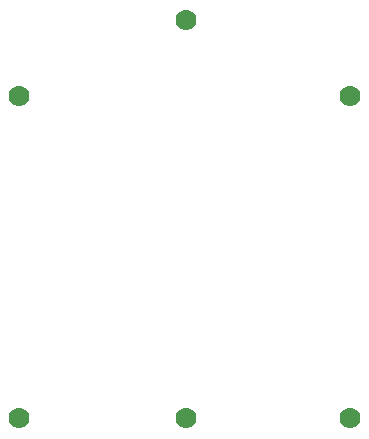
<source format=gbs>
G04 #@! TF.FileFunction,Soldermask,Bot*
%FSLAX46Y46*%
G04 Gerber Fmt 4.6, Leading zero omitted, Abs format (unit mm)*
G04 Created by KiCad (PCBNEW 4.0.4-stable) date 07/30/19 10:08:17*
%MOMM*%
%LPD*%
G01*
G04 APERTURE LIST*
%ADD10C,0.150000*%
%ADD11C,1.778000*%
G04 APERTURE END LIST*
D10*
D11*
X90200000Y-74577500D03*
X90200000Y-47272500D03*
X62225000Y-74577500D03*
X62225000Y-47272500D03*
X76325000Y-40912500D03*
X76325000Y-74567500D03*
M02*

</source>
